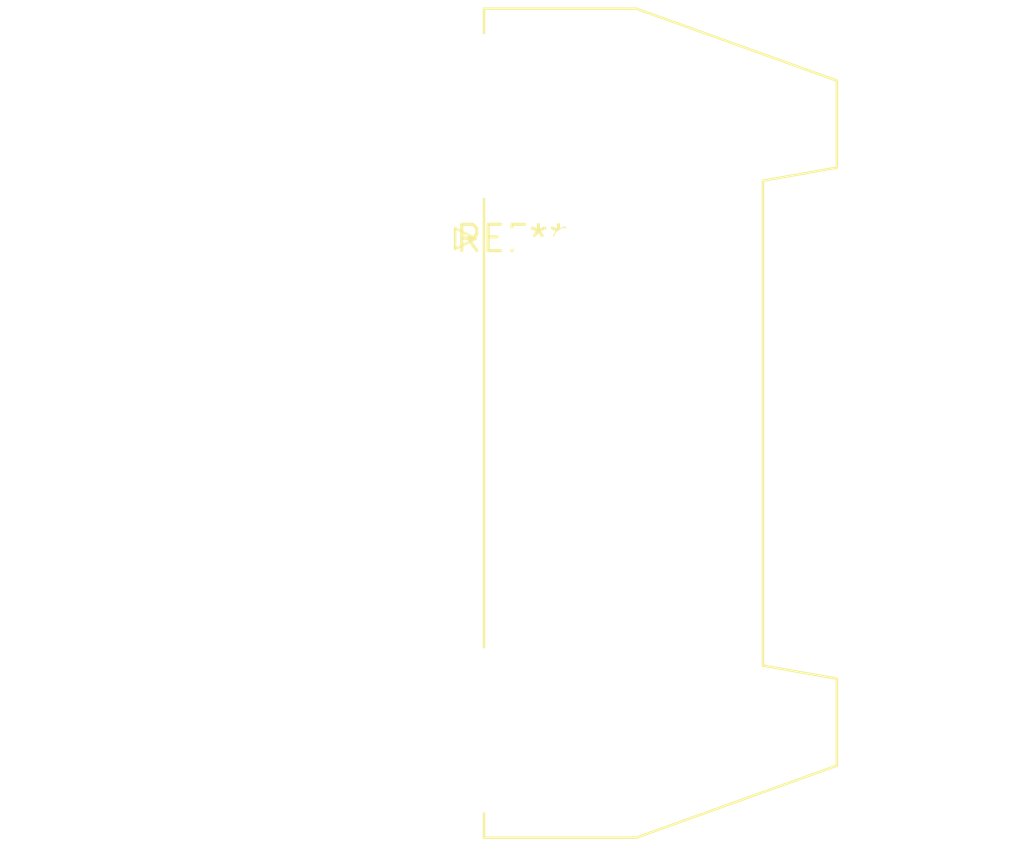
<source format=kicad_pcb>
(kicad_pcb (version 20240108) (generator pcbnew)
  (layers (0 "F.Cu" signal) (31 "B.Cu" signal) (34 "B.Paste" user) (35 "F.Paste" user) (36 "B.SilkS" user "B.Silkscreen") (37 "F.SilkS" user "F.Silkscreen") (38 "B.Mask" user) (39 "F.Mask" user) (44 "Edge.Cuts" user))
  (net 0 "")
  (footprint "IDC-Header_2x08-1MP_P2.54mm_Latch_Horizontal" (layer "F.Cu") (at 0 0)
    (property "Reference" "REF**")
    (property "Value" "IDC-Header_2x08-1MP_P2.54mm_Latch_Horizontal")
    (fp_line (start -2.74 -0.5) (end -2.74 0.5) (layer "F.SilkS") (stroke (width 0.12)))
    (fp_line (start -2.74 0.5) (end -1.74 0) (layer "F.SilkS") (stroke (width 0.12)))
    (fp_line (start -1.74 0) (end -2.74 -0.5) (layer "F.SilkS") (stroke (width 0.12)))
    (fp_line (start -1.35 -11.08) (end -1.35 -9.905) (layer "F.SilkS") (stroke (width 0.12)))
    (fp_line (start -1.35 -11.08) (end 5.98 -11.08) (layer "F.SilkS") (stroke (width 0.12)))
    (fp_line (start -1.35 -1.905) (end -1.35 19.685) (layer "F.SilkS") (stroke (width 0.12)))
    (fp_line (start -1.35 27.685) (end -1.35 28.86) (layer "F.SilkS") (stroke (width 0.12)))
    (fp_line (start 5.98 -11.08) (end 15.64 -7.61) (layer "F.SilkS") (stroke (width 0.12)))
    (fp_line (start 5.98 28.86) (end -1.35 28.86) (layer "F.SilkS") (stroke (width 0.12)))
    (fp_line (start 12.08 -2.79) (end 12.08 20.57) (layer "F.SilkS") (stroke (width 0.12)))
    (fp_line (start 12.08 20.57) (end 15.64 21.2) (layer "F.SilkS") (stroke (width 0.12)))
    (fp_line (start 15.64 -7.61) (end 15.64 -3.42) (layer "F.SilkS") (stroke (width 0.12)))
    (fp_line (start 15.64 -3.42) (end 12.08 -2.79) (layer "F.SilkS") (stroke (width 0.12)))
    (fp_line (start 15.64 21.2) (end 15.64 25.39) (layer "F.SilkS") (stroke (width 0.12)))
    (fp_line (start 15.64 25.39) (end 5.98 28.86) (layer "F.SilkS") (stroke (width 0.12)))
    (pad "1" thru_hole roundrect (at 0 0) (size 1.7 1.7) (drill 1) (layers *.Cu *.Mask) (remove_unused_layers) (roundrect_rratio 0.147059))
    (pad "2" thru_hole circle (at 2.54 0) (size 1.7 1.7) (drill 1) (layers *.Cu *.Mask) (remove_unused_layers))
    (pad "3" thru_hole circle (at 0 2.54) (size 1.7 1.7) (drill 1) (layers *.Cu *.Mask) (remove_unused_layers))
    (pad "4" thru_hole circle (at 2.54 2.54) (size 1.7 1.7) (drill 1) (layers *.Cu *.Mask) (remove_unused_layers))
    (pad "5" thru_hole circle (at 0 5.08) (size 1.7 1.7) (drill 1) (layers *.Cu *.Mask) (remove_unused_layers))
    (pad "6" thru_hole circle (at 2.54 5.08) (size 1.7 1.7) (drill 1) (layers *.Cu *.Mask) (remove_unused_layers))
    (pad "7" thru_hole circle (at 0 7.62) (size 1.7 1.7) (drill 1) (layers *.Cu *.Mask) (remove_unused_layers))
    (pad "8" thru_hole circle (at 2.54 7.62) (size 1.7 1.7) (drill 1) (layers *.Cu *.Mask) (remove_unused_layers))
    (pad "9" thru_hole circle (at 0 10.16) (size 1.7 1.7) (drill 1) (layers *.Cu *.Mask) (remove_unused_layers))
    (pad "10" thru_hole circle (at 2.54 10.16) (size 1.7 1.7) (drill 1) (layers *.Cu *.Mask) (remove_unused_layers))
    (pad "11" thru_hole circle (at 0 12.7) (size 1.7 1.7) (drill 1) (layers *.Cu *.Mask) (remove_unused_layers))
    (pad "12" thru_hole circle (at 2.54 12.7) (size 1.7 1.7) (drill 1) (layers *.Cu *.Mask) (remove_unused_layers))
    (pad "13" thru_hole circle (at 0 15.24) (size 1.7 1.7) (drill 1) (layers *.Cu *.Mask) (remove_unused_layers))
    (pad "14" thru_hole circle (at 2.54 15.24) (size 1.7 1.7) (drill 1) (layers *.Cu *.Mask) (remove_unused_layers))
    (pad "15" thru_hole circle (at 0 17.78) (size 1.7 1.7) (drill 1) (layers *.Cu *.Mask) (remove_unused_layers))
    (pad "16" thru_hole circle (at 2.54 17.78) (size 1.7 1.7) (drill 1) (layers *.Cu *.Mask) (remove_unused_layers))
    (pad "MP" thru_hole circle (at 1.8 -5.905) (size 8 8) (drill 2.69) (layers *.Cu *.Mask) (remove_unused_layers))
    (pad "MP" thru_hole circle (at 1.8 23.685) (size 8 8) (drill 2.69) (layers *.Cu *.Mask) (remove_unused_layers))
  )
)
</source>
